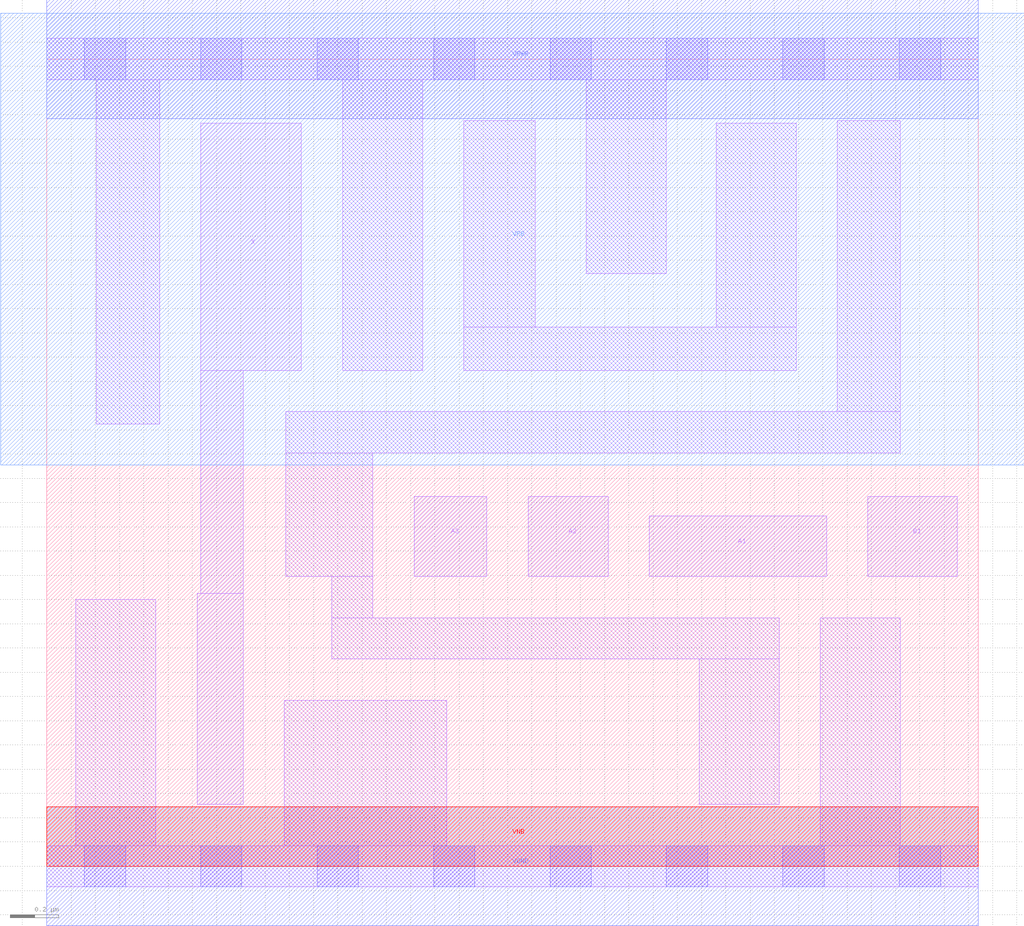
<source format=lef>
# Copyright 2020 The SkyWater PDK Authors
#
# Licensed under the Apache License, Version 2.0 (the "License");
# you may not use this file except in compliance with the License.
# You may obtain a copy of the License at
#
#     https://www.apache.org/licenses/LICENSE-2.0
#
# Unless required by applicable law or agreed to in writing, software
# distributed under the License is distributed on an "AS IS" BASIS,
# WITHOUT WARRANTIES OR CONDITIONS OF ANY KIND, either express or implied.
# See the License for the specific language governing permissions and
# limitations under the License.
#
# SPDX-License-Identifier: Apache-2.0

VERSION 5.7 ;
  NOWIREEXTENSIONATPIN ON ;
  DIVIDERCHAR "/" ;
  BUSBITCHARS "[]" ;
MACRO sky130_fd_sc_lp__a31o_2
  CLASS CORE ;
  FOREIGN sky130_fd_sc_lp__a31o_2 ;
  ORIGIN  0.000000  0.000000 ;
  SIZE  3.840000 BY  3.330000 ;
  SYMMETRY X Y R90 ;
  SITE unit ;
  PIN A1
    ANTENNAGATEAREA  0.315000 ;
    DIRECTION INPUT ;
    USE SIGNAL ;
    PORT
      LAYER li1 ;
        RECT 2.485000 1.195000 3.215000 1.445000 ;
    END
  END A1
  PIN A2
    ANTENNAGATEAREA  0.315000 ;
    DIRECTION INPUT ;
    USE SIGNAL ;
    PORT
      LAYER li1 ;
        RECT 1.985000 1.195000 2.315000 1.525000 ;
    END
  END A2
  PIN A3
    ANTENNAGATEAREA  0.315000 ;
    DIRECTION INPUT ;
    USE SIGNAL ;
    PORT
      LAYER li1 ;
        RECT 1.515000 1.195000 1.815000 1.525000 ;
    END
  END A3
  PIN B1
    ANTENNAGATEAREA  0.315000 ;
    DIRECTION INPUT ;
    USE SIGNAL ;
    PORT
      LAYER li1 ;
        RECT 3.385000 1.195000 3.755000 1.525000 ;
    END
  END B1
  PIN X
    ANTENNADIFFAREA  0.588000 ;
    DIRECTION OUTPUT ;
    USE SIGNAL ;
    PORT
      LAYER li1 ;
        RECT 0.620000 0.255000 0.810000 1.125000 ;
        RECT 0.635000 1.125000 0.810000 2.045000 ;
        RECT 0.635000 2.045000 1.050000 3.065000 ;
    END
  END X
  PIN VGND
    DIRECTION INOUT ;
    USE GROUND ;
    PORT
      LAYER met1 ;
        RECT 0.000000 -0.245000 3.840000 0.245000 ;
    END
  END VGND
  PIN VNB
    DIRECTION INOUT ;
    USE GROUND ;
    PORT
      LAYER pwell ;
        RECT 0.000000 0.000000 3.840000 0.245000 ;
    END
  END VNB
  PIN VPB
    DIRECTION INOUT ;
    USE POWER ;
    PORT
      LAYER nwell ;
        RECT -0.190000 1.655000 4.030000 3.520000 ;
    END
  END VPB
  PIN VPWR
    DIRECTION INOUT ;
    USE POWER ;
    PORT
      LAYER met1 ;
        RECT 0.000000 3.085000 3.840000 3.575000 ;
    END
  END VPWR
  OBS
    LAYER li1 ;
      RECT 0.000000 -0.085000 3.840000 0.085000 ;
      RECT 0.000000  3.245000 3.840000 3.415000 ;
      RECT 0.120000  0.085000 0.450000 1.100000 ;
      RECT 0.205000  1.825000 0.465000 3.245000 ;
      RECT 0.980000  0.085000 1.650000 0.685000 ;
      RECT 0.985000  1.195000 1.345000 1.705000 ;
      RECT 0.985000  1.705000 3.520000 1.875000 ;
      RECT 1.175000  0.855000 3.020000 1.025000 ;
      RECT 1.175000  1.025000 1.345000 1.195000 ;
      RECT 1.220000  2.045000 1.550000 3.245000 ;
      RECT 1.720000  2.045000 3.090000 2.225000 ;
      RECT 1.720000  2.225000 2.015000 3.075000 ;
      RECT 2.225000  2.445000 2.555000 3.245000 ;
      RECT 2.690000  0.255000 3.020000 0.855000 ;
      RECT 2.760000  2.225000 3.090000 3.065000 ;
      RECT 3.190000  0.085000 3.520000 1.025000 ;
      RECT 3.260000  1.875000 3.520000 3.075000 ;
    LAYER mcon ;
      RECT 0.155000 -0.085000 0.325000 0.085000 ;
      RECT 0.155000  3.245000 0.325000 3.415000 ;
      RECT 0.635000 -0.085000 0.805000 0.085000 ;
      RECT 0.635000  3.245000 0.805000 3.415000 ;
      RECT 1.115000 -0.085000 1.285000 0.085000 ;
      RECT 1.115000  3.245000 1.285000 3.415000 ;
      RECT 1.595000 -0.085000 1.765000 0.085000 ;
      RECT 1.595000  3.245000 1.765000 3.415000 ;
      RECT 2.075000 -0.085000 2.245000 0.085000 ;
      RECT 2.075000  3.245000 2.245000 3.415000 ;
      RECT 2.555000 -0.085000 2.725000 0.085000 ;
      RECT 2.555000  3.245000 2.725000 3.415000 ;
      RECT 3.035000 -0.085000 3.205000 0.085000 ;
      RECT 3.035000  3.245000 3.205000 3.415000 ;
      RECT 3.515000 -0.085000 3.685000 0.085000 ;
      RECT 3.515000  3.245000 3.685000 3.415000 ;
  END
END sky130_fd_sc_lp__a31o_2
END LIBRARY

</source>
